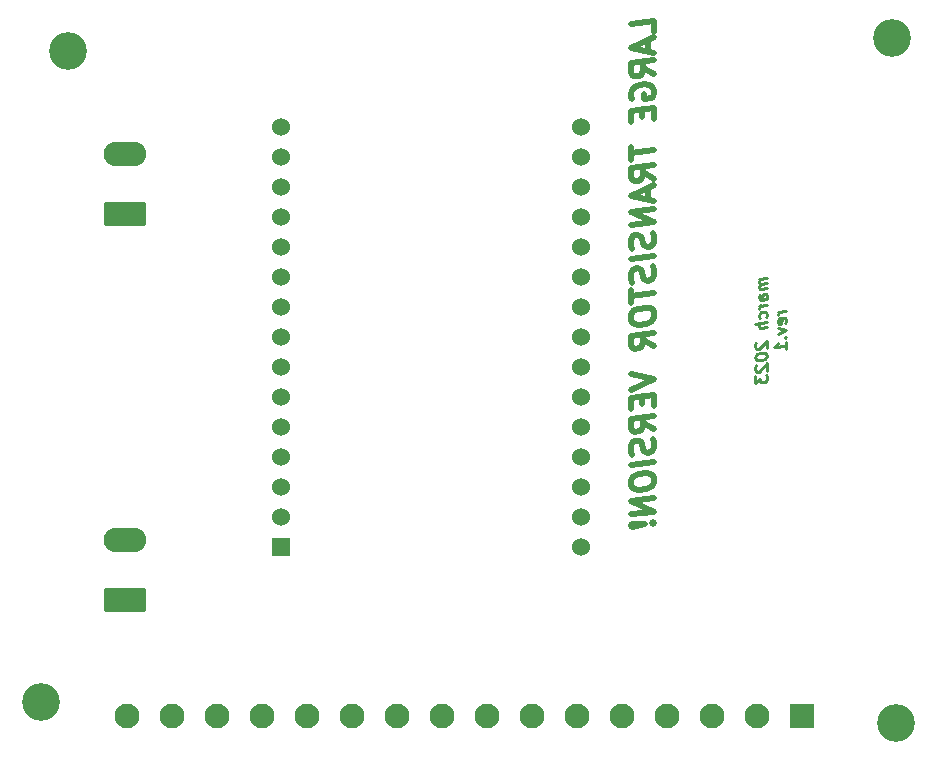
<source format=gbr>
%TF.GenerationSoftware,KiCad,Pcbnew,(6.0.10)*%
%TF.CreationDate,2023-03-20T01:14:19-04:00*%
%TF.ProjectId,pwm_pcb_larger,70776d5f-7063-4625-9f6c-61726765722e,rev?*%
%TF.SameCoordinates,Original*%
%TF.FileFunction,Soldermask,Bot*%
%TF.FilePolarity,Negative*%
%FSLAX46Y46*%
G04 Gerber Fmt 4.6, Leading zero omitted, Abs format (unit mm)*
G04 Created by KiCad (PCBNEW (6.0.10)) date 2023-03-20 01:14:19*
%MOMM*%
%LPD*%
G01*
G04 APERTURE LIST*
G04 Aperture macros list*
%AMRoundRect*
0 Rectangle with rounded corners*
0 $1 Rounding radius*
0 $2 $3 $4 $5 $6 $7 $8 $9 X,Y pos of 4 corners*
0 Add a 4 corners polygon primitive as box body*
4,1,4,$2,$3,$4,$5,$6,$7,$8,$9,$2,$3,0*
0 Add four circle primitives for the rounded corners*
1,1,$1+$1,$2,$3*
1,1,$1+$1,$4,$5*
1,1,$1+$1,$6,$7*
1,1,$1+$1,$8,$9*
0 Add four rect primitives between the rounded corners*
20,1,$1+$1,$2,$3,$4,$5,0*
20,1,$1+$1,$4,$5,$6,$7,0*
20,1,$1+$1,$6,$7,$8,$9,0*
20,1,$1+$1,$8,$9,$2,$3,0*%
G04 Aperture macros list end*
%ADD10C,0.500000*%
%ADD11C,0.250000*%
%ADD12R,2.100000X2.100000*%
%ADD13C,2.100000*%
%ADD14C,3.200000*%
%ADD15RoundRect,0.249999X1.550001X-0.790001X1.550001X0.790001X-1.550001X0.790001X-1.550001X-0.790001X0*%
%ADD16O,3.600000X2.080000*%
%ADD17R,1.524000X1.524000*%
%ADD18C,1.524000*%
G04 APERTURE END LIST*
D10*
X142704761Y-53324940D02*
X142704761Y-52372559D01*
X140704761Y-52622559D01*
X142133333Y-53967797D02*
X142133333Y-54920178D01*
X142704761Y-53705892D02*
X140704761Y-54622559D01*
X142704761Y-55039226D01*
X142704761Y-56848750D02*
X141752380Y-56301130D01*
X142704761Y-55705892D02*
X140704761Y-55955892D01*
X140704761Y-56717797D01*
X140800000Y-56896369D01*
X140895238Y-56979702D01*
X141085714Y-57051130D01*
X141371428Y-57015416D01*
X141561904Y-56896369D01*
X141657142Y-56789226D01*
X141752380Y-56586845D01*
X141752380Y-55824940D01*
X140800000Y-58991607D02*
X140704761Y-58813035D01*
X140704761Y-58527321D01*
X140800000Y-58229702D01*
X140990476Y-58015416D01*
X141180952Y-57896369D01*
X141561904Y-57753511D01*
X141847619Y-57717797D01*
X142228571Y-57765416D01*
X142419047Y-57836845D01*
X142609523Y-58003511D01*
X142704761Y-58277321D01*
X142704761Y-58467797D01*
X142609523Y-58765416D01*
X142514285Y-58872559D01*
X141847619Y-58955892D01*
X141847619Y-58574940D01*
X141657142Y-59836845D02*
X141657142Y-60503511D01*
X142704761Y-60658273D02*
X142704761Y-59705892D01*
X140704761Y-59955892D01*
X140704761Y-60908273D01*
X140704761Y-63003511D02*
X140704761Y-64146369D01*
X142704761Y-63324940D02*
X140704761Y-63574940D01*
X142704761Y-65705892D02*
X141752380Y-65158273D01*
X142704761Y-64563035D02*
X140704761Y-64813035D01*
X140704761Y-65574940D01*
X140800000Y-65753511D01*
X140895238Y-65836845D01*
X141085714Y-65908273D01*
X141371428Y-65872559D01*
X141561904Y-65753511D01*
X141657142Y-65646369D01*
X141752380Y-65443988D01*
X141752380Y-64682083D01*
X142133333Y-66539226D02*
X142133333Y-67491607D01*
X142704761Y-66277321D02*
X140704761Y-67193988D01*
X142704761Y-67610654D01*
X142704761Y-68277321D02*
X140704761Y-68527321D01*
X142704761Y-69420178D01*
X140704761Y-69670178D01*
X142609523Y-70289226D02*
X142704761Y-70563035D01*
X142704761Y-71039226D01*
X142609523Y-71241607D01*
X142514285Y-71348750D01*
X142323809Y-71467797D01*
X142133333Y-71491607D01*
X141942857Y-71420178D01*
X141847619Y-71336845D01*
X141752380Y-71158273D01*
X141657142Y-70789226D01*
X141561904Y-70610654D01*
X141466666Y-70527321D01*
X141276190Y-70455892D01*
X141085714Y-70479702D01*
X140895238Y-70598750D01*
X140800000Y-70705892D01*
X140704761Y-70908273D01*
X140704761Y-71384464D01*
X140800000Y-71658273D01*
X142704761Y-72277321D02*
X140704761Y-72527321D01*
X142609523Y-73146369D02*
X142704761Y-73420178D01*
X142704761Y-73896369D01*
X142609523Y-74098750D01*
X142514285Y-74205892D01*
X142323809Y-74324940D01*
X142133333Y-74348750D01*
X141942857Y-74277321D01*
X141847619Y-74193988D01*
X141752380Y-74015416D01*
X141657142Y-73646369D01*
X141561904Y-73467797D01*
X141466666Y-73384464D01*
X141276190Y-73313035D01*
X141085714Y-73336845D01*
X140895238Y-73455892D01*
X140800000Y-73563035D01*
X140704761Y-73765416D01*
X140704761Y-74241607D01*
X140800000Y-74515416D01*
X140704761Y-75098750D02*
X140704761Y-76241607D01*
X142704761Y-75420178D02*
X140704761Y-75670178D01*
X140704761Y-77289226D02*
X140704761Y-77670178D01*
X140800000Y-77848750D01*
X140990476Y-78015416D01*
X141371428Y-78063035D01*
X142038095Y-77979702D01*
X142419047Y-77836845D01*
X142609523Y-77622559D01*
X142704761Y-77420178D01*
X142704761Y-77039226D01*
X142609523Y-76860654D01*
X142419047Y-76693988D01*
X142038095Y-76646369D01*
X141371428Y-76729702D01*
X140990476Y-76872559D01*
X140800000Y-77086845D01*
X140704761Y-77289226D01*
X142704761Y-79896369D02*
X141752380Y-79348750D01*
X142704761Y-78753511D02*
X140704761Y-79003511D01*
X140704761Y-79765416D01*
X140800000Y-79943988D01*
X140895238Y-80027321D01*
X141085714Y-80098750D01*
X141371428Y-80063035D01*
X141561904Y-79943988D01*
X141657142Y-79836845D01*
X141752380Y-79634464D01*
X141752380Y-78872559D01*
X140704761Y-82241607D02*
X142704761Y-82658273D01*
X140704761Y-83574940D01*
X141657142Y-84122559D02*
X141657142Y-84789226D01*
X142704761Y-84943988D02*
X142704761Y-83991607D01*
X140704761Y-84241607D01*
X140704761Y-85193988D01*
X142704761Y-86943988D02*
X141752380Y-86396369D01*
X142704761Y-85801130D02*
X140704761Y-86051130D01*
X140704761Y-86813035D01*
X140800000Y-86991607D01*
X140895238Y-87074940D01*
X141085714Y-87146369D01*
X141371428Y-87110654D01*
X141561904Y-86991607D01*
X141657142Y-86884464D01*
X141752380Y-86682083D01*
X141752380Y-85920178D01*
X142609523Y-87717797D02*
X142704761Y-87991607D01*
X142704761Y-88467797D01*
X142609523Y-88670178D01*
X142514285Y-88777321D01*
X142323809Y-88896369D01*
X142133333Y-88920178D01*
X141942857Y-88848749D01*
X141847619Y-88765416D01*
X141752380Y-88586845D01*
X141657142Y-88217797D01*
X141561904Y-88039226D01*
X141466666Y-87955892D01*
X141276190Y-87884464D01*
X141085714Y-87908273D01*
X140895238Y-88027321D01*
X140800000Y-88134464D01*
X140704761Y-88336845D01*
X140704761Y-88813035D01*
X140800000Y-89086845D01*
X142704761Y-89705892D02*
X140704761Y-89955892D01*
X140704761Y-91289226D02*
X140704761Y-91670178D01*
X140800000Y-91848749D01*
X140990476Y-92015416D01*
X141371428Y-92063035D01*
X142038095Y-91979702D01*
X142419047Y-91836845D01*
X142609523Y-91622559D01*
X142704761Y-91420178D01*
X142704761Y-91039226D01*
X142609523Y-90860654D01*
X142419047Y-90693988D01*
X142038095Y-90646369D01*
X141371428Y-90729702D01*
X140990476Y-90872559D01*
X140800000Y-91086845D01*
X140704761Y-91289226D01*
X142704761Y-92753511D02*
X140704761Y-93003511D01*
X142704761Y-93896369D01*
X140704761Y-94146369D01*
X142514285Y-94872559D02*
X142609523Y-94955892D01*
X142704761Y-94848749D01*
X142609523Y-94765416D01*
X142514285Y-94872559D01*
X142704761Y-94848749D01*
X141942857Y-94943988D02*
X140800000Y-94991607D01*
X140704761Y-95098749D01*
X140800000Y-95182083D01*
X141942857Y-94943988D01*
X140704761Y-95098749D01*
D11*
X152247380Y-74148184D02*
X151580714Y-74231517D01*
X151675952Y-74219613D02*
X151628333Y-74273184D01*
X151580714Y-74374375D01*
X151580714Y-74517232D01*
X151628333Y-74606517D01*
X151723571Y-74642232D01*
X152247380Y-74576755D01*
X151723571Y-74642232D02*
X151628333Y-74701755D01*
X151580714Y-74802946D01*
X151580714Y-74945803D01*
X151628333Y-75035089D01*
X151723571Y-75070803D01*
X152247380Y-75005327D01*
X152247380Y-75910089D02*
X151723571Y-75975565D01*
X151628333Y-75939851D01*
X151580714Y-75850565D01*
X151580714Y-75660089D01*
X151628333Y-75558898D01*
X152199761Y-75916041D02*
X152247380Y-75814851D01*
X152247380Y-75576755D01*
X152199761Y-75487470D01*
X152104523Y-75451755D01*
X152009285Y-75463660D01*
X151914047Y-75523184D01*
X151866428Y-75624375D01*
X151866428Y-75862470D01*
X151818809Y-75963660D01*
X152247380Y-76386279D02*
X151580714Y-76469613D01*
X151771190Y-76445803D02*
X151675952Y-76505327D01*
X151628333Y-76558898D01*
X151580714Y-76660089D01*
X151580714Y-76755327D01*
X152199761Y-77439851D02*
X152247380Y-77338660D01*
X152247380Y-77148184D01*
X152199761Y-77058898D01*
X152152142Y-77017232D01*
X152056904Y-76981517D01*
X151771190Y-77017232D01*
X151675952Y-77076755D01*
X151628333Y-77130327D01*
X151580714Y-77231517D01*
X151580714Y-77421994D01*
X151628333Y-77511279D01*
X152247380Y-77862470D02*
X151247380Y-77987470D01*
X152247380Y-78291041D02*
X151723571Y-78356517D01*
X151628333Y-78320803D01*
X151580714Y-78231517D01*
X151580714Y-78088660D01*
X151628333Y-77987470D01*
X151675952Y-77933898D01*
X151342619Y-79594613D02*
X151295000Y-79648184D01*
X151247380Y-79749375D01*
X151247380Y-79987470D01*
X151295000Y-80076755D01*
X151342619Y-80118422D01*
X151437857Y-80154136D01*
X151533095Y-80142232D01*
X151675952Y-80076755D01*
X152247380Y-79433898D01*
X152247380Y-80052946D01*
X151247380Y-80796994D02*
X151247380Y-80892232D01*
X151295000Y-80981517D01*
X151342619Y-81023184D01*
X151437857Y-81058898D01*
X151628333Y-81082708D01*
X151866428Y-81052946D01*
X152056904Y-80981517D01*
X152152142Y-80921994D01*
X152199761Y-80868422D01*
X152247380Y-80767232D01*
X152247380Y-80671994D01*
X152199761Y-80582708D01*
X152152142Y-80541041D01*
X152056904Y-80505327D01*
X151866428Y-80481517D01*
X151628333Y-80511279D01*
X151437857Y-80582708D01*
X151342619Y-80642232D01*
X151295000Y-80695803D01*
X151247380Y-80796994D01*
X151342619Y-81499375D02*
X151295000Y-81552946D01*
X151247380Y-81654136D01*
X151247380Y-81892232D01*
X151295000Y-81981517D01*
X151342619Y-82023184D01*
X151437857Y-82058898D01*
X151533095Y-82046994D01*
X151675952Y-81981517D01*
X152247380Y-81338660D01*
X152247380Y-81957708D01*
X151247380Y-82416041D02*
X151247380Y-83035089D01*
X151628333Y-82654136D01*
X151628333Y-82796994D01*
X151675952Y-82886279D01*
X151723571Y-82927946D01*
X151818809Y-82963660D01*
X152056904Y-82933898D01*
X152152142Y-82874375D01*
X152199761Y-82820803D01*
X152247380Y-82719613D01*
X152247380Y-82433898D01*
X152199761Y-82344613D01*
X152152142Y-82302946D01*
X153857380Y-76910089D02*
X153190714Y-76993422D01*
X153381190Y-76969613D02*
X153285952Y-77029136D01*
X153238333Y-77082708D01*
X153190714Y-77183898D01*
X153190714Y-77279136D01*
X153809761Y-77916041D02*
X153857380Y-77814851D01*
X153857380Y-77624375D01*
X153809761Y-77535089D01*
X153714523Y-77499375D01*
X153333571Y-77546994D01*
X153238333Y-77606517D01*
X153190714Y-77707708D01*
X153190714Y-77898184D01*
X153238333Y-77987470D01*
X153333571Y-78023184D01*
X153428809Y-78011279D01*
X153524047Y-77523184D01*
X153190714Y-78374375D02*
X153857380Y-78529136D01*
X153190714Y-78850565D01*
X153762142Y-79160089D02*
X153809761Y-79201755D01*
X153857380Y-79148184D01*
X153809761Y-79106517D01*
X153762142Y-79160089D01*
X153857380Y-79148184D01*
X153857380Y-80148184D02*
X153857380Y-79576755D01*
X153857380Y-79862470D02*
X152857380Y-79987470D01*
X153000238Y-79874375D01*
X153095476Y-79767232D01*
X153143095Y-79666041D01*
D12*
%TO.C,J3*%
X155200000Y-111200000D03*
D13*
X151390000Y-111200000D03*
X147580000Y-111200000D03*
X143770000Y-111200000D03*
X139960000Y-111200000D03*
X136150000Y-111200000D03*
X132340000Y-111200000D03*
X128530000Y-111200000D03*
X124720000Y-111200000D03*
X120910000Y-111200000D03*
X117100000Y-111200000D03*
X113290000Y-111200000D03*
X109480000Y-111200000D03*
X105670000Y-111200000D03*
X101860000Y-111200000D03*
X98050000Y-111200000D03*
%TD*%
D14*
%TO.C,MH1*%
X93091000Y-54864000D03*
%TD*%
%TO.C,MH3*%
X90800000Y-110000000D03*
X90800000Y-110000000D03*
%TD*%
%TO.C,MH4*%
X163200000Y-111800000D03*
%TD*%
%TO.C,MH2*%
X162800000Y-53800000D03*
%TD*%
D15*
%TO.C,J2*%
X97877500Y-101400000D03*
D16*
X97877500Y-96320000D03*
%TD*%
D17*
%TO.C,U1*%
X111125000Y-96926000D03*
D18*
X111125000Y-94386000D03*
X111125000Y-91846000D03*
X111125000Y-89306000D03*
X111125000Y-86766000D03*
X111125000Y-84226000D03*
X111125000Y-81686000D03*
X111125000Y-79146000D03*
X111125000Y-76606000D03*
X111125000Y-74066000D03*
X111125000Y-71526000D03*
X111125000Y-68986000D03*
X111125000Y-66446000D03*
X111125000Y-63906000D03*
X111125000Y-61366000D03*
X136525000Y-61366000D03*
X136525000Y-63906000D03*
X136525000Y-66446000D03*
X136525000Y-68986000D03*
X136525000Y-71526000D03*
X136525000Y-74066000D03*
X136525000Y-76606000D03*
X136525000Y-79146000D03*
X136525000Y-81686000D03*
X136525000Y-84226000D03*
X136525000Y-86766000D03*
X136525000Y-89306000D03*
X136525000Y-91846000D03*
X136525000Y-94386000D03*
X136525000Y-96926000D03*
%TD*%
D15*
%TO.C,J1*%
X97877500Y-68680000D03*
D16*
X97877500Y-63600000D03*
%TD*%
M02*

</source>
